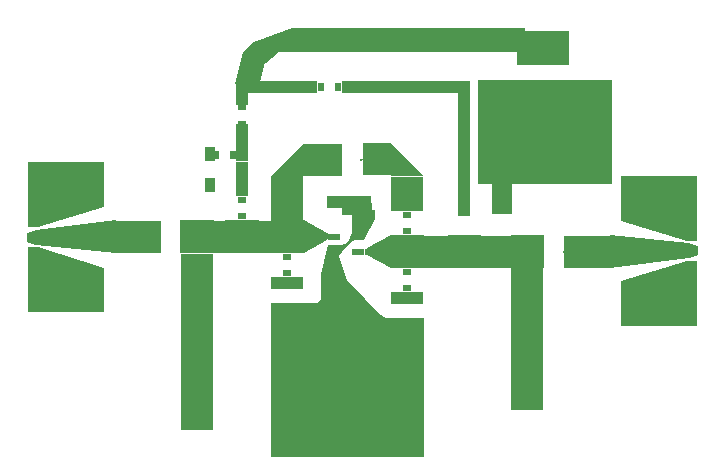
<source format=gbr>
G04 ===== Begin FILE IDENTIFICATION =====*
G04 File Format:  Gerber RS274X*
G04 ===== End FILE IDENTIFICATION =====*
%FSDAX66Y66*%
%MOIN*%
%SFA1.0000B1.0000*%
%OFA0.0B0.0*%
%ADD14C,0.001969*%
%ADD15R,0.039370X0.078740*%
%ADD16R,0.098425X0.039370*%
%ADD17R,0.078740X0.039370*%
%ADD18R,0.151181X0.042520*%
%ADD19R,0.035433X0.047244*%
%ADD20R,0.031496X0.051181*%
%ADD21R,0.039000X0.024000*%
%ADD22R,0.039000X0.035000*%
%ADD23R,0.011644X0.023289*%
%ADD24R,0.039370X0.098425*%
%ADD25R,0.010919X0.023744*%
%ADD26R,0.173228X0.114173*%
%ADD27R,0.448819X0.346457*%
%ADD28R,0.066929X0.110236*%
%ADD29R,0.110906X0.145669*%
%ADD30R,0.027559X0.023622*%
%ADD31R,0.015748X0.007874*%
%ADD32C,0.013780*%
%ADD33R,0.039370X0.118110*%
%ADD34R,0.196850X0.039370*%
%ADD35R,0.023622X0.027559*%
%ADD36R,0.039370X0.374016*%
%ADD37R,0.110906X0.472441*%
%ADD38R,0.110906X0.118110*%
%ADD39R,0.094488X0.110906*%
%ADD40R,0.007874X0.015748*%
%ADD41R,0.157480X0.110906*%
%ADD42R,0.098425X0.110906*%
%ADD43R,0.078740X0.110906*%
%ADD44R,0.039370X0.110906*%
%ADD45R,0.110906X0.039370*%
%ADD46C,0.039370*%
%ADD47R,0.354331X0.039370*%
%ADD48R,0.127165X0.110906*%
%ADD49R,0.110906X0.590551*%
%ADD50C,0.078740*%
%LNcond*%
%IPPOS*%
%LPD*%
G75*
G36*
G01X000000568460Y-000000420385D02*
G01X000000543431Y-000000514881D01*
G01X000000543048Y-000000600631D01*
G01X000000531076Y-000000613401D01*
G01X000000378637Y-000000614199D01*
G01X000000377502Y-000001125986D01*
G01X000000888033D01*
G01Y-000000663482D01*
G01X000000759337D01*
G01X000000743375Y-000000651511D01*
G01X000000691497Y-000000598635D01*
G01X000000631240Y-000000536303D01*
G01X000000600712Y-000000448989D01*
G01X000000565794Y-000000422053D01*
G01X000000568460Y-000000420385D01*
G37*
D14*
G01X000000676437Y-000000135003D02*
G01Y-000000135098D01*
G01X000000673287D01*
G01Y-000000135003D01*
D15*
X000001019685Y000000086614D03*
D16*
X000000663051Y-000000298878D03*
D17*
X000001000000Y000000106299D03*
D18*
X000000636673Y-000000277618D03*
G36*
G01X000000648433Y-000000403303D02*
G01X000000647397Y-000000304027D01*
G01X000000723982D01*
G01Y-000000332376D01*
G01X000000687035Y-000000403240D01*
G01X000000648441Y-000000403378D01*
G01X000000648370Y-000000401035D01*
G01X000000648433Y-000000403303D01*
G37*
G36*
G01X000000605945Y-000000454306D02*
G01X000000618943Y-000000434356D01*
G01X000000646573Y-000000407849D01*
G01X000000656914Y-000000402930D01*
G01X000000657117Y-000000379578D01*
G01X000000648589D01*
G01X000000637364Y-000000404229D01*
G01X000000623889Y-000000416206D01*
G01X000000605945Y-000000419988D01*
G01X000000605742Y-000000454306D01*
G01X000000605945D01*
G37*
D15*
X000000279528Y000000086614D03*
D14*
G01X000000676437Y-000000134311D02*
G01X000000673287D01*
G01Y-000000135003D01*
D19*
X000000175197Y-000000118110D03*
Y-000000220472D03*
D20*
X000001125984Y-000000285433D03*
D14*
G01X000000672983Y-000000135003D02*
G01Y-000000134184D01*
G01X000000673376D01*
G01Y-000000134219D01*
G01X000000673363D01*
G01Y-000000134292D01*
G01X000000672970D01*
G01Y-000000135003D01*
G01X000000672983D01*
D21*
X000000667676Y-000000442639D03*
X000000587336Y-000000391863D03*
D22*
X000000586676Y-000000437139D03*
D23*
X000000564456Y-000000391367D03*
D14*
G01X000000672983Y-000000135003D02*
G01X000000673287D01*
D21*
X000000667676Y-000000391639D03*
D14*
G01X000000676529Y-000000135003D02*
G01X000000676437D01*
D24*
X000000279193Y-000000065295D03*
D25*
X000000692446Y-000000442297D03*
D14*
G01X000000676437Y-000000135003D02*
G01Y-000000134311D01*
G01X000000681883Y-000000134334D02*
G01Y-000000134311D01*
G01X000000676437D01*
D26*
X000001283465Y000000238189D03*
G36*
G01X000001224409Y000000303150D02*
G01X000000448239D01*
G01X000000319711Y000000255906D01*
G01X000000285526Y000000226848D01*
G01X000000336522Y000000166853D01*
G01X000000404235Y000000224409D01*
G01X000001224409D01*
G01Y000000303150D01*
G37*
G36*
G01X000000284591Y000000221950D02*
G01X000000258482Y000000115175D01*
G01X000000334969Y000000096472D01*
G01X000000361078Y000000203247D01*
G01X000000284591Y000000221950D01*
G37*
D27*
X000001291339Y-000000043307D03*
D28*
X000001147638Y-000000263780D03*
G36*
G01X000001798375Y-000000472660D02*
G01X000001763375D01*
G01X000001543375Y-000000540659D01*
G01Y-000000689659D01*
G01X000001798375D01*
G01Y-000000472660D01*
G37*
G36*
G01X000001798375Y-000000406660D02*
G01X000001763375D01*
G01X000001543375Y-000000338660D01*
G01Y-000000189660D01*
G01X000001798375D01*
G01Y-000000406660D01*
G37*
G36*
G01X000001507874Y-000000386614D02*
G01X000001770275Y-000000414673D01*
G01Y-000000464673D01*
G01X000001507874Y-000000497638D01*
G01Y-000000386614D01*
G37*
G36*
G01X000001800275Y-000000424673D02*
G01Y-000000454673D01*
G01X000001770275Y-000000464673D01*
G01Y-000000414673D01*
G01X000001800275Y-000000424673D01*
G37*
G36*
G01X-000000140551Y-000000447244D02*
G01X-000000405284Y-000000419051D01*
G01Y-000000369051D01*
G01X-000000140324Y-000000334981D01*
G01X-000000140551Y-000000447244D01*
G37*
G36*
G01X-000000433384Y-000000361064D02*
G01X-000000398384D01*
G01X-000000178384Y-000000293064D01*
G01Y-000000144064D01*
G01X-000000433384D01*
G01Y-000000361064D01*
G37*
G36*
G01X-000000435284Y-000000409051D02*
G01Y-000000379051D01*
G01X-000000405284Y-000000369051D01*
G01Y-000000419051D01*
G01X-000000435284Y-000000409051D01*
G37*
G36*
G01X-000000433384Y-000000427064D02*
G01X-000000398384D01*
G01X-000000178384Y-000000495064D01*
G01Y-000000644064D01*
G01X-000000433384D01*
G01Y-000000427064D01*
G37*
G36*
G01X000000486372Y-000000190456D02*
G01Y-000000079551D01*
G01X000000375466Y-000000190456D01*
G01X000000486372D01*
G37*
D29*
X000000430919Y-000000263291D03*
G36*
G01X000000336096Y-000000447031D02*
G01Y-000000336125D01*
G01X000000225190D01*
G01Y-000000447031D01*
G01X000000336096D01*
G37*
G36*
G01X000000486372Y-000000336125D02*
G01Y-000000447031D01*
G01X000000565112Y-000000403389D01*
G01Y-000000379767D01*
G01X000000486372Y-000000336125D01*
G37*
G36*
G01X000000375466Y-000000336125D02*
G01Y-000000447031D01*
G01X000000486372D01*
G01Y-000000336125D01*
G01X000000375466D01*
G37*
D30*
X000000430919Y-000000458842D03*
Y-000000513960D03*
D31*
Y-000000632070D03*
D32*
Y-000000628133D03*
D30*
X000000280643Y-000000324314D03*
Y-000000269196D03*
D33*
Y-000000198330D03*
G36*
G01X000000300328Y-000000099905D02*
G01X000000260958D01*
G01Y-000000139275D01*
G01X000000300328D01*
G01Y-000000099905D01*
G37*
D30*
X000000280643Y000000038560D03*
Y-000000016558D03*
G36*
G01X000000296726Y000000086138D02*
G01X000000336096D01*
G01Y000000125509D01*
G01X000000296726D01*
G01Y000000086138D01*
G37*
D34*
X000000434521Y000000105824D03*
D35*
X000000544757D03*
X000000599875D03*
D36*
X000001021470Y-000000136637D03*
G36*
G01X000000776372Y-000000386637D02*
G01Y-000000497543D01*
G01X000000887277D01*
G01Y-000000386637D01*
G01X000000776372D01*
G37*
D30*
X000000831824Y-000000509354D03*
Y-000000564472D03*
D31*
Y-000000682582D03*
D32*
Y-000000678645D03*
D37*
X000001230801Y-000000733763D03*
G36*
G01X000001076923Y-000000497543D02*
G01Y-000000386637D01*
G01X000000966017D01*
G01Y-000000497543D01*
G01X000001076923D01*
G37*
D30*
X000000831824Y-000000374826D03*
Y-000000319708D03*
D38*
Y-000000248842D03*
G36*
G01X000000776372Y-000000189787D02*
G01X000000887277D01*
G01X000000776372Y-000000078881D01*
G01Y-000000189787D01*
G37*
D39*
X000000729127Y-000000134334D03*
G36*
G01X000000776372Y-000000497543D02*
G01Y-000000386637D01*
G01X000000697631Y-000000430279D01*
G01Y-000000453901D01*
G01X000000776372Y-000000497543D01*
G37*
D35*
X000000194029Y-000000119590D03*
X000000249147D03*
D40*
X000000677165Y-000000389764D03*
D32*
X000000673228D03*
G36*
G01X000001175348Y-000000386637D02*
G01Y-000000497543D01*
G01X000001286253D01*
G01Y-000000386637D01*
G01X000001175348D01*
G37*
D14*
G01X000001349246Y-000000444058D02*
G01X000001351214D01*
G01Y-000000440121D01*
G01X000001349246D01*
G01Y-000000444058D01*

G01X000001351214Y-000000440121D01*
G01X000001349246D02*
G01X000001351214Y-000000444058D01*
D41*
X000001429954Y-000000442090D03*
D42*
X000001126135D03*
D31*
X000000575683Y-000000260480D03*
X000000645669Y-000000744094D03*
D32*
Y-000000740157D03*
D31*
X000000641732Y-000000933071D03*
D32*
Y-000000929134D03*
D43*
X000000926647Y-000000442090D03*
D44*
X000000355781Y-000000391578D03*
D45*
X000000430919Y-000000545456D03*
X000000831824Y-000000595968D03*
D31*
X000001240157Y000000198425D03*
D46*
Y000000202362D03*
D47*
X000000788852Y000000105824D03*
D48*
X000000549954Y-000000135003D03*
D44*
X000000205505Y-000000391578D03*
G36*
G01X000000074915Y-000000336125D02*
G01Y-000000447031D01*
G01X000000185820D01*
G01Y-000000336125D01*
G01X000000074915D01*
G37*
D41*
X-000000066817Y-000000391578D03*
D49*
X000000130368Y-000000742306D03*
D31*
X000001240157Y-000000001575D03*
D46*
Y000000002362D03*
D31*
Y000000098425D03*
D46*
Y000000102362D03*
D31*
X000001340157Y-000000001575D03*
D46*
Y000000002362D03*
D31*
Y000000098425D03*
D46*
Y000000102362D03*
D31*
Y000000198425D03*
D46*
Y000000202362D03*
D40*
X000001129921Y-000000271654D03*
D32*
X000001125984D03*
D40*
X000001129921Y-000000299213D03*
D32*
X000001125984D03*
D40*
X000000177165Y-000000208661D03*
D32*
X000000173228D03*
D40*
X000000177165Y-000000232283D03*
D32*
X000000173228D03*
D40*
Y-000000129921D03*
D32*
X000000169291D03*
D40*
X000000173228Y-000000106299D03*
D32*
X000000169291D03*
D40*
X000000661417Y-000000366142D03*
D32*
X000000657480D03*
D40*
X000000696850D03*
D32*
X000000692913D03*
D40*
X000000586850Y-000000276106D03*
D32*
X000000582913D03*
D40*
X000000696850Y-000000275591D03*
D32*
X000000692913D03*
D40*
X000000645669D03*
D32*
X000000641732D03*
D40*
X000000696850Y-000000318898D03*
D32*
X000000692913D03*
D40*
X000000666988Y-000000318563D03*
D32*
X000000663051D03*
D31*
X000000583253Y-000000439458D03*
D32*
Y-000000435521D03*
D31*
X000000566929Y-000000464567D03*
D32*
Y-000000460630D03*
D31*
X000000598425Y-000000476378D03*
D32*
Y-000000472441D03*
D31*
X000000417323Y-000000653543D03*
D32*
Y-000000649606D03*
D31*
X000000440945Y-000000653543D03*
D32*
Y-000000649606D03*
D31*
X000000818898Y-000000700787D03*
D32*
Y-000000696850D03*
D31*
X000000846457Y-000000700787D03*
D32*
Y-000000696850D03*
D40*
X000001476378Y-000000185039D03*
D32*
X000001472441D03*
D40*
X000001476378Y-000000023622D03*
D32*
X000001472441D03*
D31*
X000000401575Y-000000732283D03*
D32*
Y-000000728346D03*
D31*
X000000405512Y-000000866142D03*
D32*
Y-000000862205D03*
D31*
Y-000000996063D03*
D32*
Y-000000992126D03*
D31*
X000000866142Y-000000732283D03*
D32*
Y-000000728346D03*
D31*
Y-000000870079D03*
D32*
Y-000000866142D03*
D31*
Y-000000996063D03*
D32*
Y-000000992126D03*
D31*
Y-000001102362D03*
D32*
Y-000001098425D03*
D31*
X000000732283Y-000001102362D03*
D32*
Y-000001098425D03*
D31*
X000000543307Y-000001102362D03*
D32*
Y-000001098425D03*
D31*
X000000405512Y-000001102362D03*
D32*
Y-000001098425D03*
D31*
X000000740157Y-000000677165D03*
D32*
Y-000000673228D03*
D31*
X000000661417Y-000000606299D03*
D32*
Y-000000602362D03*
D31*
X000000527559Y-000000633858D03*
D32*
Y-000000629921D03*
D31*
X000000562992Y-000000531496D03*
D32*
Y-000000527559D03*
D40*
X000001476378Y000000098425D03*
D32*
X000001472441D03*
D40*
X000001098425D03*
D32*
X000001094488D03*
D40*
X000001098425Y-000000027559D03*
D32*
X000001094488D03*
D40*
Y-000000185039D03*
D32*
X000001090551D03*
D40*
X000001295276Y-000000181102D03*
D32*
X000001291339D03*
D40*
X000001566929Y-000000236220D03*
D32*
X000001562992D03*
D40*
X000001566929Y-000000279528D03*
D32*
X000001562992D03*
D40*
X000001572782Y-000000319846D03*
D32*
X000001568845D03*
D40*
X000001616026Y-000000342230D03*
D32*
X000001612089D03*
D40*
X000001653543Y-000000350394D03*
D32*
X000001649606D03*
D40*
X000001702026Y-000000368229D03*
D32*
X000001698089D03*
D40*
X000001734795Y-000000381222D03*
D32*
X000001730858D03*
D40*
X000001783465Y-000000385827D03*
D32*
X000001779528D03*
D40*
X000001692913Y-000000251969D03*
D50*
X000001688976D03*
D40*
X000001783465Y-000000492126D03*
D32*
X000001779528D03*
D40*
X000001740157Y-000000500000D03*
D32*
X000001736220D03*
D40*
X000001693642Y-000000519473D03*
D32*
X000001689705D03*
D40*
X000001656231Y-000000533302D03*
D32*
X000001652294D03*
D40*
X000001612092Y-000000546587D03*
D32*
X000001608155D03*
D40*
X000001566929Y-000000555118D03*
D32*
X000001562992D03*
D40*
X000001566650Y-000000594242D03*
D32*
X000001562713D03*
D40*
X000001573653Y-000000648684D03*
D32*
X000001569716D03*
D40*
X000001692913Y-000000625984D03*
D50*
X000001688976D03*
D40*
X-000000327922Y-000000207739D03*
D50*
X-000000323985D03*
D40*
X-000000327922Y-000000581755D03*
D50*
X-000000323985D03*
D40*
X-000000208661Y-000000185039D03*
D32*
X-000000204724D03*
D40*
X-000000201659Y-000000239481D03*
D32*
X-000000197722D03*
D40*
X-000000201938Y-000000278605D03*
D32*
X-000000198001D03*
D40*
X-000000247100Y-000000287136D03*
D32*
X-000000243163D03*
D40*
X-000000291240Y-000000300421D03*
D32*
X-000000287303D03*
D40*
X-000000328651Y-000000314250D03*
D32*
X-000000324714D03*
D40*
X-000000418473Y-000000447897D03*
D32*
X-000000414536D03*
D40*
X-000000369804Y-000000452501D03*
D32*
X-000000365867D03*
D40*
X-000000337034Y-000000465494D03*
D32*
X-000000333097D03*
D40*
X-000000288552Y-000000483330D03*
D32*
X-000000284615D03*
D40*
X-000000201938Y-000000597503D03*
D32*
X-000000198001D03*
D40*
X-000000201938Y-000000554196D03*
D32*
X-000000198001D03*
D40*
X-000000207791Y-000000513877D03*
D32*
X-000000203854D03*
D40*
X-000000251034Y-000000491494D03*
D32*
X-000000247097D03*
D40*
X-000000375166Y-000000333723D03*
D32*
X-000000371229D03*
D40*
X-000000418473Y-000000341597D03*
D32*
X-000000414536D03*
M02*


</source>
